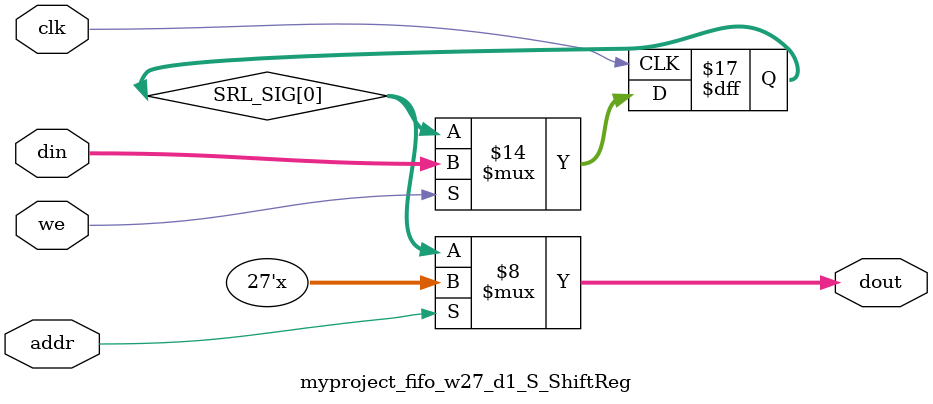
<source format=v>

`timescale 1ns/1ps

module myproject_fifo_w27_d1_S
#(parameter
    MEM_STYLE    = "shiftReg",
    DATA_WIDTH   = 27,
    ADDR_WIDTH   = 1,
    DEPTH        = 1)
(
    // system signal
    input  wire                  clk,
    input  wire                  reset,

    // write
    output wire                  if_full_n,
    input  wire                  if_write_ce,
    input  wire                  if_write,
    input  wire [DATA_WIDTH-1:0] if_din,
    
    // read 
    output wire [ADDR_WIDTH:0]   if_num_data_valid, // for FRP
    output wire [ADDR_WIDTH:0]   if_fifo_cap,       // for FRP

    output wire                  if_empty_n,
    input  wire                  if_read_ce,
    input  wire                  if_read,
    output wire [DATA_WIDTH-1:0] if_dout
);
//------------------------Parameter----------------------
localparam 
    SRL_DEPTH    = DEPTH,
    SRL_AWIDTH   = ADDR_WIDTH;
//------------------------Local signal-------------------
    reg  [SRL_AWIDTH-1:0] addr;
    wire                  push;
    wire                  pop;
    reg  [SRL_AWIDTH:0]   mOutPtr;
    reg                   empty_n = 1'b0;
    reg                   full_n = 1'b1; 

//------------------------Instantiation------------------
    myproject_fifo_w27_d1_S_ShiftReg 
    #(  .DATA_WIDTH (DATA_WIDTH),
        .ADDR_WIDTH (SRL_AWIDTH),
        .DEPTH      (SRL_DEPTH))
    U_myproject_fifo_w27_d1_S_ShiftReg (
        .clk        (clk),
        .we         (push),
        .addr       (addr),
        .din        (if_din),
        .dout       (if_dout)
    );
//------------------------Task and function--------------

//------------------------Body---------------------------
    // num_data_valid 
    assign if_num_data_valid = mOutPtr;
    assign if_fifo_cap       = DEPTH;

    // almost full/empty 

    // program full/empty 

    assign if_full_n  = full_n; 
    assign if_empty_n = empty_n;

    assign push       = full_n & if_write_ce & if_write;
    assign pop        = empty_n & if_read_ce & if_read;

    // addr
    always @(posedge clk) begin
        if (reset)
            addr <= {SRL_AWIDTH{1'b0}};
        else if (push & ~pop && empty_n)
            addr <= addr + 1'b1;
        else if (~push & pop && (mOutPtr != 1))
            addr <= addr - 1'b1;
    end

    // mOutPtr
    always @(posedge clk) begin
        if (reset)
            mOutPtr <= {SRL_AWIDTH+1{1'b0}};
        else if (push & ~pop)
            mOutPtr <= mOutPtr + 1'b1;
        else if (~push & pop)
            mOutPtr <= mOutPtr - 1'b1;
    end

    // full_n
    always @(posedge clk) begin
        if (reset)
            full_n <= 1'b1;
        else if ((push & ~pop) && (mOutPtr == DEPTH - 1))
            full_n <= 1'b0;
        else if (~push & pop)
            full_n <= 1'b1;
    end

    // empty_n
    always @(posedge clk) begin
        if (reset)
            empty_n <= 1'b0;
        else if (push & ~pop)
            empty_n <= 1'b1;
        else if ((~push & pop) && (mOutPtr == 1))
            empty_n <= 1'b0;
    end

    // almost_full_n 

    // almost_empty_n 

    // prog_full_n 
 
    // prog_empty_n 

endmodule  


module myproject_fifo_w27_d1_S_ShiftReg
#(parameter
    DATA_WIDTH  = 27,
    ADDR_WIDTH  = 1,
    DEPTH       = 1)
(
    input  wire                  clk,
    input  wire                  we,
    input  wire [ADDR_WIDTH-1:0] addr,
    input  wire [DATA_WIDTH-1:0] din,
    output wire [DATA_WIDTH-1:0] dout
);

    reg [DATA_WIDTH-1:0] SRL_SIG [0:DEPTH-1];
    integer i;

    always @(posedge clk) begin
        if (we) begin
            for (i=0; i<DEPTH-1; i=i+1)
                SRL_SIG[i+1] <= SRL_SIG[i];
            SRL_SIG[0] <= din;
        end
    end

    assign dout = SRL_SIG[addr];

endmodule
</source>
